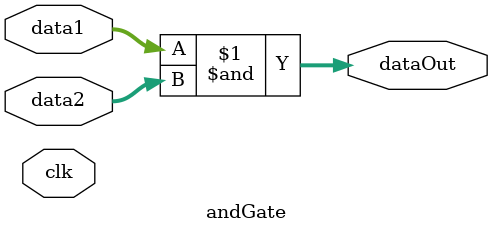
<source format=v>
module andGate(data1, data2, dataOut, clk);

	input clk;
	input  [31:0] data1, data2;
	output [31:0] dataOut;
	
	assign dataOut = data1 & data2;
endmodule

</source>
